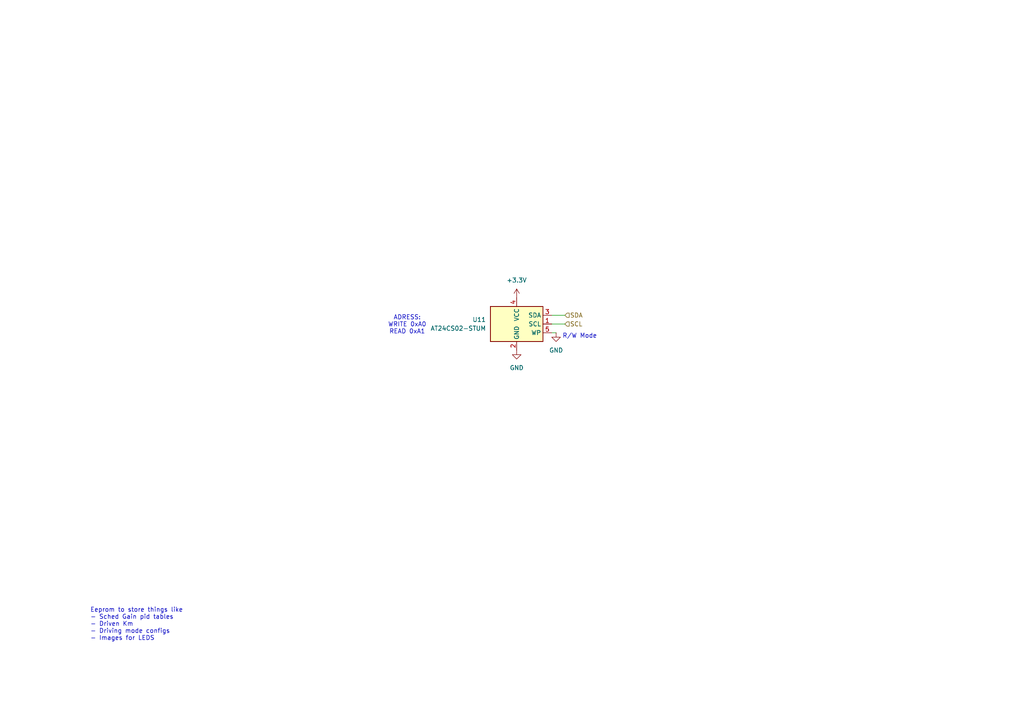
<source format=kicad_sch>
(kicad_sch (version 20231120) (generator "eeschema") (generator_version "8.0")
  (paper "A4")
  (title_block (title "TeR_ECU") (date "2024-07-12") (company "Tecnun-eRacing"))
  (lib_symbols
    (symbol "Memory_EEPROM:AT24CS02-STUM"
      (property "Reference" "U" (at -7.62 6.35 0))
      (property "Value" "AT24CS02-STUM" (at 2.54 -6.35 0))
      (symbol "AT24CS02-STUM_1_1"
        (rectangle (start -7.62 5.08) (end 7.62 -5.08) (stroke (width 0.254)) (fill (type background)))
        (pin input line (at 10.16 0 180) (length 2.54) (name "SCL") (number "1"))
        (pin power_in line (at 0 -7.62 90) (length 2.54) (name "GND") (number "2"))
        (pin bidirectional line (at 10.16 2.54 180) (length 2.54) (name "SDA") (number "3"))
        (pin power_in line (at 0 7.62 270) (length 2.54) (name "VCC") (number "4"))
        (pin input line (at 10.16 -2.54 180) (length 2.54) (name "WP") (number "5"))
      )
    )
    (symbol "power:+3.3V" (power) (pin_numbers hide) (pin_names (offset 0) hide)
      (property "Value" "+3.3V" (at 0 3.556 0))
      (symbol "+3.3V_0_1"
        (polyline (pts (xy -0.762 1.27) (xy 0 2.54)))
        (polyline (pts (xy 0 0) (xy 0 2.54)))
        (polyline (pts (xy 0 2.54) (xy 0.762 1.27)))
      )
      (symbol "+3.3V_1_1"
        (pin power_in line (at 0 0 90) (length 0) (name "~") (number "1"))
      )
    )
    (symbol "power:GND" (power) (pin_numbers hide) (pin_names (offset 0) hide)
      (property "Value" "GND" (at 0 -3.81 0))
      (symbol "GND_0_1"
        (polyline (pts (xy 0 0) (xy 0 -1.27) (xy 1.27 -1.27) (xy 0 -2.54) (xy -1.27 -1.27) (xy 0 -1.27)))
      )
      (symbol "GND_1_1"
        (pin power_in line (at 0 0 270) (length 0) (name "~") (number "1"))
      )
    )
  )
  (wire (pts (xy 160.02 93.98) (xy 163.83 93.98)))
  (wire (pts (xy 163.83 91.44) (xy 160.02 91.44)))
  (wire (pts (xy 161.29 96.52) (xy 160.02 96.52)))
  (text "ADRESS:\nWRITE 0xA0\nREAD 0xA1" (at 118.11 94.234 0) (effects (font (size 1.27 1.27))))
  (text "Eeprom to store things like\n- Sched Gain pid tables\n- Driven Km\n- Driving mode configs\n- Images for LEDS" (at 26.162 181.102 0) (effects (font (size 1.27 1.27)) (justify left)))
  (text "R/W Mode\n" (at 168.148 97.536 0) (effects (font (size 1.27 1.27))))
  (hierarchical_label "SCL" (shape input) (at 163.83 93.98 0))
  (hierarchical_label "SDA" (shape input) (at 163.83 91.44 0))
  (symbol (lib_id "Memory_EEPROM:AT24CS02-STUM") (at 149.86 93.98 0) (unit 1)
    (property "Reference" "U11" (at 140.97 92.7099 0) (effects (justify right)))
    (property "Value" "AT24CS02-STUM" (at 140.97 95.2499 0) (effects (justify right)))
    (property "Footprint" "Package_TO_SOT_SMD:SOT-23-5" (effects (hide yes)))
    (property "Datasheet" "http://ww1.microchip.com/downloads/en/DeviceDoc/Atmel-8815-SEEPROM-AT24CS01-02-Datasheet.pdf" (effects (hide yes)))
    (property "Description" "I2C Serial EEPROM, 2Kb (256x8) with Unique Serial Number, SOT-23-5" (effects (hide yes)))
  )
  (symbol (lib_id "power:GND") (at 149.86 101.6 0) (unit 1)
    (property "Reference" "#PWR0131" (effects (hide yes)))
    (property "Value" "GND" (at 149.86 106.68 0))
    (property "Description" "Power symbol creates a global label with name \"GND\" , ground" (effects (hide yes)))
  )
  (symbol (lib_id "power:GND") (at 161.29 96.52 0) (unit 1)
    (property "Reference" "#PWR0132" (effects (hide yes)))
    (property "Value" "GND" (at 161.29 101.6 0))
    (property "Description" "Power symbol creates a global label with name \"GND\" , ground" (effects (hide yes)))
  )
  (symbol (lib_id "power:+3.3V") (at 149.86 86.36 0) (unit 1)
    (property "Reference" "#PWR0130" (effects (hide yes)))
    (property "Value" "+3.3V" (at 149.86 81.28 0))
    (property "Description" "Power symbol creates a global label with name \"+3.3V\"" (effects (hide yes)))
  )
)
</source>
